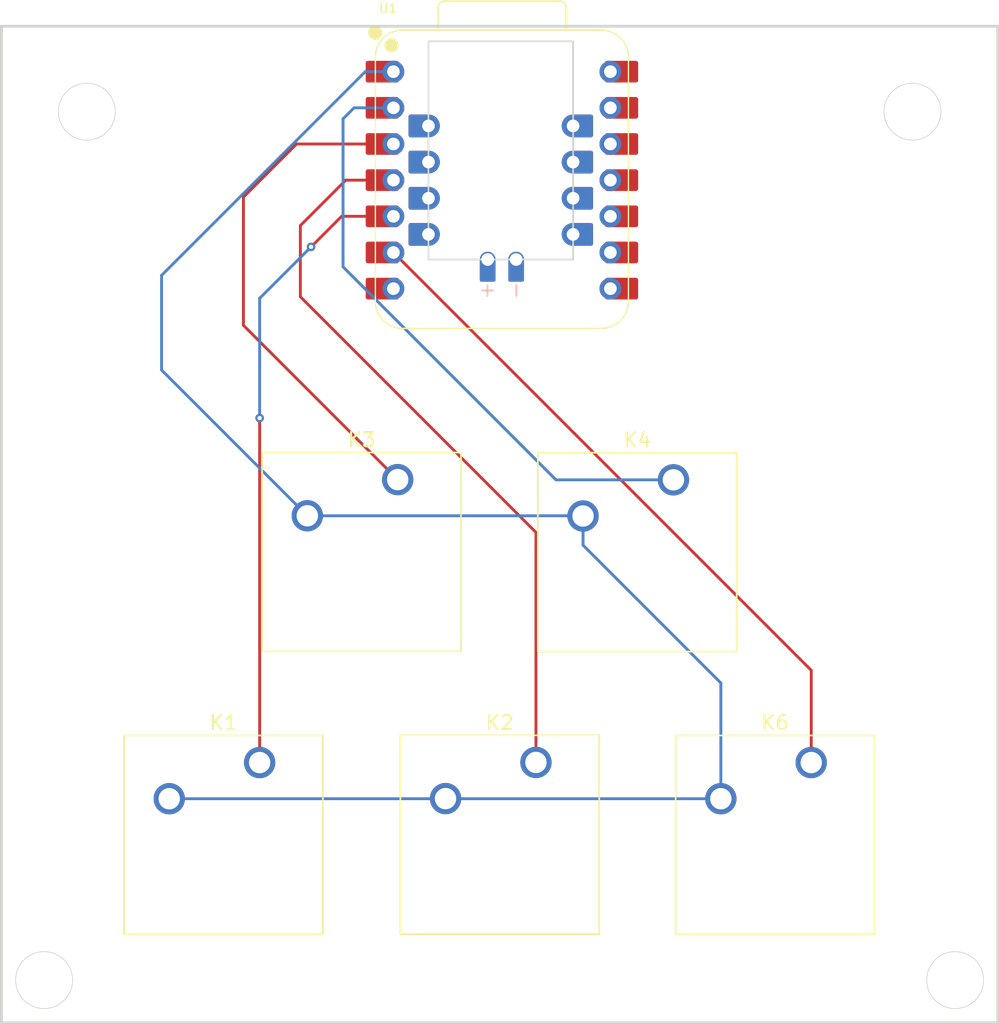
<source format=kicad_pcb>
(kicad_pcb (version 20240108) (generator "pcbnew") (generator_version "8.0")
  (layers (0 "F.Cu" signal) (31 "B.Cu" signal) (34 "B.Paste" user) (35 "F.Paste" user) (36 "B.SilkS" user "B.Silkscreen") (37 "F.SilkS" user "F.Silkscreen") (38 "B.Mask" user) (39 "F.Mask" user) (44 "Edge.Cuts" user))
  (net 0 "")
  (net 1 "Net-(U1-GPIO26_A0_D0)")
  (net 2 "Net-(U1-GPIO6_D4_SDA)")
  (net 3 "Net-(U1-GPIO29_A3_D3)")
  (net 4 "Net-(U1-GPIO28_A2_D2)")
  (net 5 "Net-(U1-GPIO27_A1_D1)")
  (net 6 "Net-(U1-GPIO7_D5_SCL)")
  (footprint "Button_Switch_Keyboard:SW_Cherry_MX_1.00u_Plate" (layer "F.Cu") (at 134.05 137.815)
    (property "Reference" "K2" (at -2.54 -2.794 0) (layer "F.SilkS"))
    (property "Value" "KEYSW")
    (fp_line (start -9.525 -1.905) (end 4.445 -1.905) (stroke (width 0.12)) (layer "F.SilkS"))
    (fp_line (start -9.525 12.065) (end -9.525 -1.905) (stroke (width 0.12)) (layer "F.SilkS"))
    (fp_line (start 4.445 -1.905) (end 4.445 12.065) (stroke (width 0.12)) (layer "F.SilkS"))
    (fp_line (start 4.445 12.065) (end -9.525 12.065) (stroke (width 0.12)) (layer "F.SilkS"))
    (pad "" np_thru_hole circle (at -2.54 5.08) (size 4 4) (drill 4) (layers "*.Cu" "*.Mask"))
    (pad "1" thru_hole circle (at 0 0) (size 2.2 2.2) (drill 1.5) (layers "*.Cu" "*.Mask") (net 3 "Net-(U1-GPIO29_A3_D3)"))
    (pad "2" thru_hole circle (at -6.35 2.54) (size 2.2 2.2) (drill 1.5) (layers "*.Cu" "*.Mask") (net 1 "Net-(U1-GPIO26_A0_D0)"))
  )
  (footprint "Button_Switch_Keyboard:SW_Cherry_MX_1.00u_Plate" (layer "F.Cu") (at 124.34 117.95)
    (property "Reference" "K3" (at -2.54 -2.794 0) (layer "F.SilkS"))
    (property "Value" "KEYSW")
    (fp_line (start -9.525 -1.905) (end 4.445 -1.905) (stroke (width 0.12)) (layer "F.SilkS"))
    (fp_line (start -9.525 12.065) (end -9.525 -1.905) (stroke (width 0.12)) (layer "F.SilkS"))
    (fp_line (start 4.445 -1.905) (end 4.445 12.065) (stroke (width 0.12)) (layer "F.SilkS"))
    (fp_line (start 4.445 12.065) (end -9.525 12.065) (stroke (width 0.12)) (layer "F.SilkS"))
    (pad "" np_thru_hole circle (at -2.54 5.08) (size 4 4) (drill 4) (layers "*.Cu" "*.Mask"))
    (pad "1" thru_hole circle (at 0 0) (size 2.2 2.2) (drill 1.5) (layers "*.Cu" "*.Mask") (net 4 "Net-(U1-GPIO28_A2_D2)"))
    (pad "2" thru_hole circle (at -6.35 2.54) (size 2.2 2.2) (drill 1.5) (layers "*.Cu" "*.Mask") (net 1 "Net-(U1-GPIO26_A0_D0)"))
  )
  (footprint "Button_Switch_Keyboard:SW_Cherry_MX_1.00u_Plate" (layer "F.Cu") (at 114.64 137.825)
    (property "Reference" "K1" (at -2.54 -2.794 0) (layer "F.SilkS"))
    (property "Value" "KEYSW")
    (fp_line (start -9.525 -1.905) (end 4.445 -1.905) (stroke (width 0.12)) (layer "F.SilkS"))
    (fp_line (start -9.525 12.065) (end -9.525 -1.905) (stroke (width 0.12)) (layer "F.SilkS"))
    (fp_line (start 4.445 -1.905) (end 4.445 12.065) (stroke (width 0.12)) (layer "F.SilkS"))
    (fp_line (start 4.445 12.065) (end -9.525 12.065) (stroke (width 0.12)) (layer "F.SilkS"))
    (pad "" np_thru_hole circle (at -2.54 5.08) (size 4 4) (drill 4) (layers "*.Cu" "*.Mask"))
    (pad "1" thru_hole circle (at 0 0) (size 2.2 2.2) (drill 1.5) (layers "*.Cu" "*.Mask") (net 2 "Net-(U1-GPIO6_D4_SDA)"))
    (pad "2" thru_hole circle (at -6.35 2.54) (size 2.2 2.2) (drill 1.5) (layers "*.Cu" "*.Mask") (net 1 "Net-(U1-GPIO26_A0_D0)"))
  )
  (footprint "Button_Switch_Keyboard:SW_Cherry_MX_1.00u_Plate" (layer "F.Cu") (at 143.71 117.965)
    (property "Reference" "K4" (at -2.54 -2.794 0) (layer "F.SilkS"))
    (property "Value" "KEYSW")
    (fp_line (start -9.525 -1.905) (end 4.445 -1.905) (stroke (width 0.12)) (layer "F.SilkS"))
    (fp_line (start -9.525 12.065) (end -9.525 -1.905) (stroke (width 0.12)) (layer "F.SilkS"))
    (fp_line (start 4.445 -1.905) (end 4.445 12.065) (stroke (width 0.12)) (layer "F.SilkS"))
    (fp_line (start 4.445 12.065) (end -9.525 12.065) (stroke (width 0.12)) (layer "F.SilkS"))
    (pad "" np_thru_hole circle (at -2.54 5.08) (size 4 4) (drill 4) (layers "*.Cu" "*.Mask"))
    (pad "1" thru_hole circle (at 0 0) (size 2.2 2.2) (drill 1.5) (layers "*.Cu" "*.Mask") (net 5 "Net-(U1-GPIO27_A1_D1)"))
    (pad "2" thru_hole circle (at -6.35 2.54) (size 2.2 2.2) (drill 1.5) (layers "*.Cu" "*.Mask") (net 1 "Net-(U1-GPIO26_A0_D0)"))
  )
  (footprint "Seeed:XIAO-RP2350-DIP" (layer "F.Cu") (at 131.66 96.8515)
    (property "Reference" "U1" (at -8 -12 0) (layer "F.SilkS") (effects (font (size 0.635 0.635) (thickness 0.1016))))
    (property "Value" "XIAO-RP2040-SMD")
    (fp_line (start -1.016994 7.4295) (end -1.016994 8.1915) (stroke (width 0.12)) (layer "B.SilkS"))
    (fp_line (start -0.635994 7.8105) (end -1.397994 7.8105) (stroke (width 0.12)) (layer "B.SilkS"))
    (fp_line (start 1.015006 7.4295) (end 1.015006 8.1915) (stroke (width 0.12)) (layer "B.SilkS"))
    (fp_line (start -8.890994 8.5725) (end -8.890994 -8.5725) (stroke (width 0.1)) (layer "F.SilkS"))
    (fp_line (start -6.985994 10.4775) (end 6.984006 10.4775) (stroke (width 0.1)) (layer "F.SilkS"))
    (fp_line (start -4.475994 -10.4865) (end -4.475278 -12.027784) (stroke (width 0.127)) (layer "F.SilkS"))
    (fp_line (start -3.975278 -12.527512) (end 4.019994 -12.527512) (stroke (width 0.127)) (layer "F.SilkS"))
    (fp_line (start 4.519994 -12.027512) (end 4.521006 -10.4835) (stroke (width 0.127)) (layer "F.SilkS"))
    (fp_line (start 6.984006 -10.4775) (end -6.985994 -10.4775) (stroke (width 0.1)) (layer "F.SilkS"))
    (fp_line (start 7.007006 -10.4745) (end -6.962994 -10.4745) (stroke (width 0.1)) (layer "F.SilkS"))
    (fp_line (start 8.889006 8.5725) (end 8.889006 -8.5725) (stroke (width 0.1)) (layer "F.SilkS"))
    (fp_arc (start -8.890994 -8.5725) (mid -8.333032 -9.919538) (end -6.985994 -10.4775) (stroke (width 0.1)) (layer "F.SilkS"))
    (fp_arc (start -6.985994 10.4775) (mid -8.333032 9.919538) (end -8.890994 8.5725) (stroke (width 0.1)) (layer "F.SilkS"))
    (fp_arc (start -4.475278 -12.027784) (mid -4.328697 -12.381123) (end -3.975278 -12.527512) (stroke (width 0.127)) (layer "F.SilkS"))
    (fp_arc (start 4.019994 -12.527512) (mid 4.373556 -12.381068) (end 4.519994 -12.027512) (stroke (width 0.127)) (layer "F.SilkS"))
    (fp_arc (start 6.984006 -10.4775) (mid 8.331041 -9.919536) (end 8.889006 -8.5725) (stroke (width 0.1)) (layer "F.SilkS"))
    (fp_arc (start 8.889006 8.5725) (mid 8.331047 9.91954) (end 6.984006 10.4775) (stroke (width 0.1)) (layer "F.SilkS"))
    (fp_circle (center -8.900994 -10.2905) (end -8.900994 -10.5445) (stroke (width 0.5)) (fill solid) (layer "F.SilkS"))
    (fp_circle (center -7.757994 -9.4105) (end -7.757994 -9.6645) (stroke (width 0.5)) (fill solid) (layer "F.SilkS"))
    (fp_line (start -5.16 -9.6865) (end -5.16 5.638311) (stroke (width 0.12)) (layer "Edge.Cuts"))
    (fp_line (start -5.16 5.638311) (end 4.999006 5.638311) (stroke (width 0.12)) (layer "Edge.Cuts"))
    (fp_line (start 4.999006 -9.6865) (end -5.16 -9.6865) (stroke (width 0.12)) (layer "Edge.Cuts"))
    (fp_line (start 5 5.638311) (end 5 -9.6865) (stroke (width 0.12)) (layer "Edge.Cuts"))
    (pad "1" smd roundrect (at -8.405994 -7.5565 180) (size 2.332 1.524) (layers "F.Cu" "F.Mask") (roundrect_rratio 0.1) (net 1 "Net-(U1-GPIO26_A0_D0)"))
    (pad "1" thru_hole circle (at -7.620994 -7.5565 180) (size 1.524 1.524) (drill 0.889) (layers "*.Cu" "*.Mask") (net 1 "Net-(U1-GPIO26_A0_D0)"))
    (pad "2" smd roundrect (at -8.405994 -5.0165 180) (size 2.332 1.524) (layers "F.Cu" "F.Mask") (roundrect_rratio 0.1) (net 5 "Net-(U1-GPIO27_A1_D1)"))
    (pad "2" thru_hole circle (at -7.620994 -5.0165 180) (size 1.524 1.524) (drill 0.889) (layers "*.Cu" "*.Mask") (net 5 "Net-(U1-GPIO27_A1_D1)"))
    (pad "3" smd roundrect (at -8.405994 -2.4765 180) (size 2.332 1.524) (layers "F.Cu" "F.Mask") (roundrect_rratio 0.1) (net 4 "Net-(U1-GPIO28_A2_D2)"))
    (pad "3" thru_hole circle (at -7.620994 -2.4765 180) (size 1.524 1.524) (drill 0.889) (layers "*.Cu" "*.Mask") (net 4 "Net-(U1-GPIO28_A2_D2)"))
    (pad "4" smd roundrect (at -8.405994 0.0635 180) (size 2.332 1.524) (layers "F.Cu" "F.Mask") (roundrect_rratio 0.1) (net 3 "Net-(U1-GPIO29_A3_D3)"))
    (pad "4" thru_hole circle (at -7.620994 0.0635 180) (size 1.524 1.524) (drill 0.889) (layers "*.Cu" "*.Mask") (net 3 "Net-(U1-GPIO29_A3_D3)"))
    (pad "5" smd roundrect (at -8.405994 2.6035 180) (size 2.332 1.524) (layers "F.Cu" "F.Mask") (roundrect_rratio 0.1) (net 2 "Net-(U1-GPIO6_D4_SDA)"))
    (pad "5" thru_hole circle (at -7.620994 2.6035 180) (size 1.524 1.524) (drill 0.889) (layers "*.Cu" "*.Mask") (net 2 "Net-(U1-GPIO6_D4_SDA)"))
    (pad "6" smd roundrect (at -8.405994 5.1435 180) (size 2.332 1.524) (layers "F.Cu" "F.Mask") (roundrect_rratio 0.1) (net 6 "Net-(U1-GPIO7_D5_SCL)"))
    (pad "6" thru_hole circle (at -7.620994 5.1435 180) (size 1.524 1.524) (drill 0.889) (layers "*.Cu" "*.Mask") (net 6 "Net-(U1-GPIO7_D5_SCL)"))
    (pad "7" smd roundrect (at -8.405994 7.6835 180) (size 2.332 1.524) (layers "F.Cu" "F.Mask") (roundrect_rratio 0.1))
    (pad "7" thru_hole circle (at -7.620994 7.6835 180) (size 1.524 1.524) (drill 0.889) (layers "*.Cu" "*.Mask"))
    (pad "8" thru_hole circle (at 7.619006 7.6835) (size 1.524 1.524) (drill 0.889) (layers "*.Cu" "*.Mask"))
    (pad "8" smd roundrect (at 8.404006 7.6835) (size 2.332 1.524) (layers "F.Cu" "F.Mask") (roundrect_rratio 0.1))
    (pad "9" thru_hole circle (at 7.619006 5.1435) (size 1.524 1.524) (drill 0.889) (layers "*.Cu" "*.Mask"))
    (pad "9" smd roundrect (at 8.404006 5.1435) (size 2.332 1.524) (layers "F.Cu" "F.Mask") (roundrect_rratio 0.1))
    (pad "10" thru_hole circle (at 7.619006 2.6035) (size 1.524 1.524) (drill 0.889) (layers "*.Cu" "*.Mask"))
    (pad "10" smd roundrect (at 8.404006 2.6035) (size 2.332 1.524) (layers "F.Cu" "F.Mask") (roundrect_rratio 0.1))
    (pad "11" thru_hole circle (at 7.619006 0.0635) (size 1.524 1.524) (drill 0.889) (layers "*.Cu" "*.Mask"))
    (pad "11" smd roundrect (at 8.404006 0.0635) (size 2.332 1.524) (layers "F.Cu" "F.Mask") (roundrect_rratio 0.1))
    (pad "12" thru_hole circle (at 7.619006 -2.4765) (size 1.524 1.524) (drill 0.889) (layers "*.Cu" "*.Mask"))
    (pad "12" smd roundrect (at 8.404006 -2.4765) (size 2.332 1.524) (layers "F.Cu" "F.Mask") (roundrect_rratio 0.1))
    (pad "13" thru_hole circle (at 7.619006 -5.0165) (size 1.524 1.524) (drill 0.889) (layers "*.Cu" "*.Mask"))
    (pad "13" smd roundrect (at 8.404006 -5.0165) (size 2.332 1.524) (layers "F.Cu" "F.Mask") (roundrect_rratio 0.1))
    (pad "14" thru_hole circle (at 7.619006 -7.5565) (size 1.524 1.524) (drill 0.889) (layers "*.Cu" "*.Mask"))
    (pad "14" smd roundrect (at 8.404006 -7.5565) (size 2.332 1.524) (layers "F.Cu" "F.Mask") (roundrect_rratio 0.1))
    (pad "15" thru_hole circle (at 5 -3.7465 180) (size 1.6 1.6) (drill 0.889) (layers "*.Cu" "*.Mask"))
    (pad "15" smd roundrect (at 5.699006 -3.7465) (size 1.4 1.6) (layers "F.Cu" "F.Mask") (roundrect_rratio 0.1))
    (pad "15" smd roundrect (at 5.699006 -3.7465 180) (size 1.4 1.6) (layers "B.Cu" "B.Paste" "B.Mask") (roundrect_rratio 0.1))
    (pad "16" thru_hole circle (at 5 -1.2065 180) (size 1.6 1.6) (drill 0.889) (layers "*.Cu" "*.Mask"))
    (pad "16" smd roundrect (at 5.699006 -1.2065) (size 1.4 1.6) (layers "F.Cu" "F.Mask") (roundrect_rratio 0.1))
    (pad "16" smd roundrect (at 5.699006 -1.2065 180) (size 1.4 1.6) (layers "B.Cu" "B.Paste" "B.Mask") (roundrect_rratio 0.1))
    (pad "17" thru_hole circle (at 5 1.3335 180) (size 1.6 1.6) (drill 0.889) (layers "*.Cu" "*.Mask"))
    (pad "17" smd roundrect (at 5.699006 1.3335) (size 1.4 1.6) (layers "F.Cu" "F.Mask") (roundrect_rratio 0.1))
    (pad "17" smd roundrect (at 5.699006 1.3335 180) (size 1.4 1.6) (layers "B.Cu" "B.Paste" "B.Mask") (roundrect_rratio 0.1))
    (pad "18" thru_hole circle (at 5 3.8735 180) (size 1.6 1.6) (drill 0.889) (layers "*.Cu" "*.Mask"))
    (pad "18" smd roundrect (at 5.699006 3.8735) (size 1.4 1.6) (layers "F.Cu" "F.Mask") (roundrect_rratio 0.1))
    (pad "18" smd roundrect (at 5.699006 3.8735 180) (size 1.4 1.6) (layers "B.Cu" "B.Paste" "B.Mask") (roundrect_rratio 0.1))
    (pad "19" smd roundrect (at -5.86 3.8735) (size 1.4 1.6) (layers "F.Cu" "F.Mask") (roundrect_rratio 0.1))
    (pad "19" smd roundrect (at -5.86 3.8735 180) (size 1.4 1.6) (layers "B.Cu" "B.Paste" "B.Mask") (roundrect_rratio 0.1))
    (pad "19" thru_hole circle (at -5.16 3.8735 180) (size 1.6 1.6) (drill 0.889) (layers "*.Cu" "*.Mask"))
    (pad "20" smd roundrect (at -5.86 1.3335) (size 1.4 1.6) (layers "F.Cu" "F.Mask") (roundrect_rratio 0.1))
    (pad "20" smd roundrect (at -5.86 1.3335 180) (size 1.4 1.6) (layers "B.Cu" "B.Paste" "B.Mask") (roundrect_rratio 0.1))
    (pad "20" thru_hole circle (at -5.16 1.3335 180) (size 1.6 1.6) (drill 0.889) (layers "*.Cu" "*.Mask"))
    (pad "21" smd roundrect (at -5.86 -1.2065) (size 1.4 1.6) (layers "F.Cu" "F.Mask") (roundrect_rratio 0.1))
    (pad "21" smd roundrect (at -5.86 -1.2065 180) (size 1.4 1.6) (layers "B.Cu" "B.Paste" "B.Mask") (roundrect_rratio 0.1))
    (pad "21" thru_hole circle (at -5.16 -1.2065 180) (size 1.6 1.6) (drill 0.889) (layers "*.Cu" "*.Mask"))
    (pad "22" smd roundrect (at -5.86 -3.7465) (size 1.4 1.6) (layers "F.Cu" "F.Mask") (roundrect_rratio 0.1))
    (pad "22" smd roundrect (at -5.86 -3.7465 180) (size 1.4 1.6) (layers "B.Cu" "B.Paste" "B.Mask") (roundrect_rratio 0.1))
    (pad "22" thru_hole circle (at -5.16 -3.7465 180) (size 1.6 1.6) (drill 0.889) (layers "*.Cu" "*.Mask"))
    (pad "23" thru_hole circle (at -1.000994 5.638311 180) (size 1.1 1.1) (drill 0.889) (layers "*.Cu" "*.Mask"))
    (pad "23" smd roundrect (at -1.000994 6.3935 270) (size 1.6 1.1) (layers "F.Cu" "F.Mask") (roundrect_rratio 0.1))
    (pad "23" smd roundrect (at -1.000994 6.3935 270) (size 1.6 1.1) (layers "B.Cu" "B.Paste" "B.Mask") (roundrect_rratio 0.1))
    (pad "24" thru_hole circle (at 0.999006 5.638311 180) (size 1.1 1.1) (drill 0.889) (layers "*.Cu" "*.Mask"))
    (pad "24" smd roundrect (at 0.999006 6.3935 270) (size 1.6 1.1) (layers "F.Cu" "F.Mask") (roundrect_rratio 0.1))
    (pad "24" smd roundrect (at 0.999006 6.3935 270) (size 1.6 1.1) (layers "B.Cu" "B.Paste" "B.Mask") (roundrect_rratio 0.1))
  )
  (footprint "Button_Switch_Keyboard:SW_Cherry_MX_1.00u_Plate" (layer "F.Cu") (at 153.39 137.825)
    (property "Reference" "K6" (at -2.54 -2.794 0) (layer "F.SilkS"))
    (property "Value" "KEYSW")
    (fp_line (start -9.525 -1.905) (end 4.445 -1.905) (stroke (width 0.12)) (layer "F.SilkS"))
    (fp_line (start -9.525 12.065) (end -9.525 -1.905) (stroke (width 0.12)) (layer "F.SilkS"))
    (fp_line (start 4.445 -1.905) (end 4.445 12.065) (stroke (width 0.12)) (layer "F.SilkS"))
    (fp_line (start 4.445 12.065) (end -9.525 12.065) (stroke (width 0.12)) (layer "F.SilkS"))
    (pad "" np_thru_hole circle (at -2.54 5.08) (size 4 4) (drill 4) (layers "*.Cu" "*.Mask"))
    (pad "1" thru_hole circle (at 0 0) (size 2.2 2.2) (drill 1.5) (layers "*.Cu" "*.Mask") (net 6 "Net-(U1-GPIO7_D5_SCL)"))
    (pad "2" thru_hole circle (at -6.35 2.54) (size 2.2 2.2) (drill 1.5) (layers "*.Cu" "*.Mask") (net 1 "Net-(U1-GPIO26_A0_D0)"))
  )
  (gr_circle (center 163.5 153.105) (end 165.5 153.105) (stroke (width 0.05)) (fill none) (layer "Edge.Cuts"))
  (gr_rect (start 96.5 86.105) (end 166.5 156.105) (stroke (width 0.2)) (fill none) (layer "Edge.Cuts"))
  (gr_circle (center 102.5 92.105) (end 104.5 92.105) (stroke (width 0.05)) (fill none) (layer "Edge.Cuts"))
  (gr_circle (center 160.5 92.105) (end 162.5 92.105) (stroke (width 0.05)) (fill none) (layer "Edge.Cuts"))
  (gr_circle (center 99.5 153.105) (end 101.5 153.105) (stroke (width 0.05)) (fill none) (layer "Edge.Cuts"))
  (segment (start 137.36 120.505) (end 137.36 122.558402) (width 0.2) (layer "B.Cu") (net 1))
  (segment (start 137.345 120.49) (end 137.36 120.505) (width 0.2) (layer "B.Cu") (net 1))
  (segment (start 117.99 120.49) (end 137.345 120.49) (width 0.2) (layer "B.Cu") (net 1))
  (segment (start 127.71 140.365) (end 127.7 140.355) (width 0.2) (layer "B.Cu") (net 1))
  (segment (start 147.04 132.238402) (end 147.04 140.365) (width 0.2) (layer "B.Cu") (net 1))
  (segment (start 108.29 140.365) (end 127.69 140.365) (width 0.2) (layer "B.Cu") (net 1))
  (segment (start 122.06 89.295) (end 107.75 103.605) (width 0.2) (layer "B.Cu") (net 1))
  (segment (start 137.36 122.558402) (end 147.04 132.238402) (width 0.2) (layer "B.Cu") (net 1))
  (segment (start 107.75 110.25) (end 117.99 120.49) (width 0.2) (layer "B.Cu") (net 1))
  (segment (start 147.04 140.365) (end 127.71 140.365) (width 0.2) (layer "B.Cu") (net 1))
  (segment (start 124.039006 89.295) (end 122.06 89.295) (width 0.2) (layer "B.Cu") (net 1))
  (segment (start 127.69 140.365) (end 127.7 140.355) (width 0.2) (layer "B.Cu") (net 1))
  (segment (start 107.75 103.605) (end 107.75 110.25) (width 0.2) (layer "B.Cu") (net 1))
  (segment (start 118.25 101.605) (end 120.4 99.455) (width 0.2) (layer "F.Cu") (net 2))
  (segment (start 120.4 99.455) (end 123.254006 99.455) (width 0.2) (layer "F.Cu") (net 2))
  (segment (start 114.64 137.825) (end 114.64 113.625) (width 0.2) (layer "F.Cu") (net 2))
  (via (at 118.25 101.605) (size 0.6) (drill 0.3) (layers "F.Cu" "B.Cu") (net 2))
  (via (at 114.64 113.625) (size 0.6) (drill 0.3) (layers "F.Cu" "B.Cu") (net 2))
  (segment (start 114.64 105.215) (end 118.25 101.605) (width 0.2) (layer "B.Cu") (net 2))
  (segment (start 114.64 113.625) (end 114.64 105.215) (width 0.2) (layer "B.Cu") (net 2))
  (segment (start 117.5 105.105) (end 117.5 100.105) (width 0.2) (layer "F.Cu") (net 3))
  (segment (start 117.5 100.105) (end 120.69 96.915) (width 0.2) (layer "F.Cu") (net 3))
  (segment (start 134.05 121.655) (end 117.5 105.105) (width 0.2) (layer "F.Cu") (net 3))
  (segment (start 134.05 137.815) (end 134.05 121.655) (width 0.2) (layer "F.Cu") (net 3))
  (segment (start 120.69 96.915) (end 123.254006 96.915) (width 0.2) (layer "F.Cu") (net 3))
  (segment (start 124.34 117.95) (end 113.5 107.11) (width 0.2) (layer "F.Cu") (net 4))
  (segment (start 113.5 98.105) (end 117.23 94.375) (width 0.2) (layer "F.Cu") (net 4))
  (segment (start 113.5 107.11) (end 113.5 98.105) (width 0.2) (layer "F.Cu") (net 4))
  (segment (start 117.23 94.375) (end 124.039006 94.375) (width 0.2) (layer "F.Cu") (net 4))
  (segment (start 120.5 92.605) (end 121.27 91.835) (width 0.2) (layer "B.Cu") (net 5))
  (segment (start 143.71 117.965) (end 135.458529 117.965) (width 0.2) (layer "B.Cu") (net 5))
  (segment (start 121.27 91.835) (end 124.039006 91.835) (width 0.2) (layer "B.Cu") (net 5))
  (segment (start 120.5 103.006471) (end 120.5 92.605) (width 0.2) (layer "B.Cu") (net 5))
  (segment (start 135.458529 117.965) (end 120.5 103.006471) (width 0.2) (layer "B.Cu") (net 5))
  (segment (start 124.039006 101.995) (end 153.39 131.345994) (width 0.2) (layer "F.Cu") (net 6))
  (segment (start 153.39 131.345994) (end 153.39 137.825) (width 0.2) (layer "F.Cu") (net 6))
)
</source>
